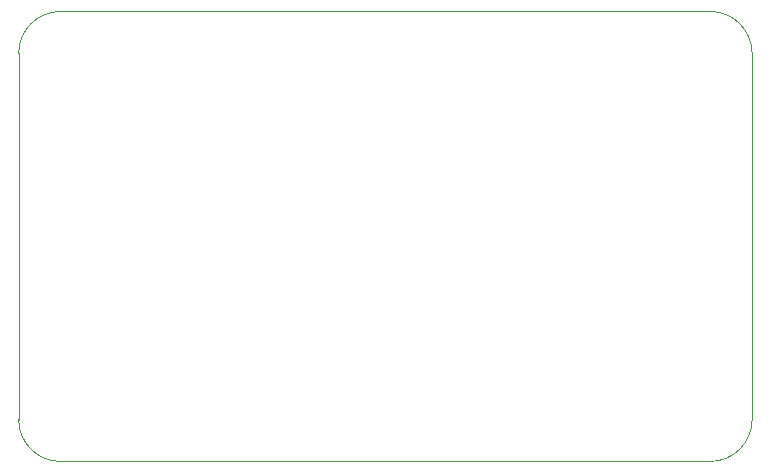
<source format=gbr>
%TF.GenerationSoftware,KiCad,Pcbnew,9.0.6*%
%TF.CreationDate,2026-01-10T19:32:00-06:00*%
%TF.ProjectId,LVMuxPCB,4c564d75-7850-4434-922e-6b696361645f,rev?*%
%TF.SameCoordinates,Original*%
%TF.FileFunction,Profile,NP*%
%FSLAX46Y46*%
G04 Gerber Fmt 4.6, Leading zero omitted, Abs format (unit mm)*
G04 Created by KiCad (PCBNEW 9.0.6) date 2026-01-10 19:32:00*
%MOMM*%
%LPD*%
G01*
G04 APERTURE LIST*
%TA.AperFunction,Profile*%
%ADD10C,0.050000*%
%TD*%
G04 APERTURE END LIST*
D10*
X225900000Y-33050000D02*
G75*
G02*
X229450000Y-36600000I0J-3550000D01*
G01*
X170900000Y-71150000D02*
G75*
G02*
X167350000Y-67600000I0J3550000D01*
G01*
X170900000Y-71150000D02*
X225900000Y-71150000D01*
X167350000Y-36600000D02*
G75*
G02*
X170900000Y-33050000I3550000J0D01*
G01*
X229450000Y-67600000D02*
X229450000Y-36600000D01*
X229450000Y-67600000D02*
G75*
G02*
X225900000Y-71150000I-3550000J0D01*
G01*
X170900000Y-33050000D02*
X225900000Y-33050000D01*
X167350000Y-67600000D02*
X167350000Y-36600000D01*
M02*

</source>
